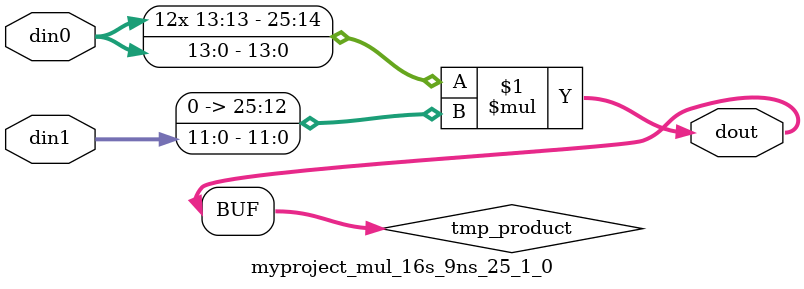
<source format=v>

`timescale 1 ns / 1 ps

  module myproject_mul_16s_9ns_25_1_0(din0, din1, dout);
parameter ID = 1;
parameter NUM_STAGE = 0;
parameter din0_WIDTH = 14;
parameter din1_WIDTH = 12;
parameter dout_WIDTH = 26;

input [din0_WIDTH - 1 : 0] din0; 
input [din1_WIDTH - 1 : 0] din1; 
output [dout_WIDTH - 1 : 0] dout;

wire signed [dout_WIDTH - 1 : 0] tmp_product;












assign tmp_product = $signed(din0) * $signed({1'b0, din1});









assign dout = tmp_product;







endmodule

</source>
